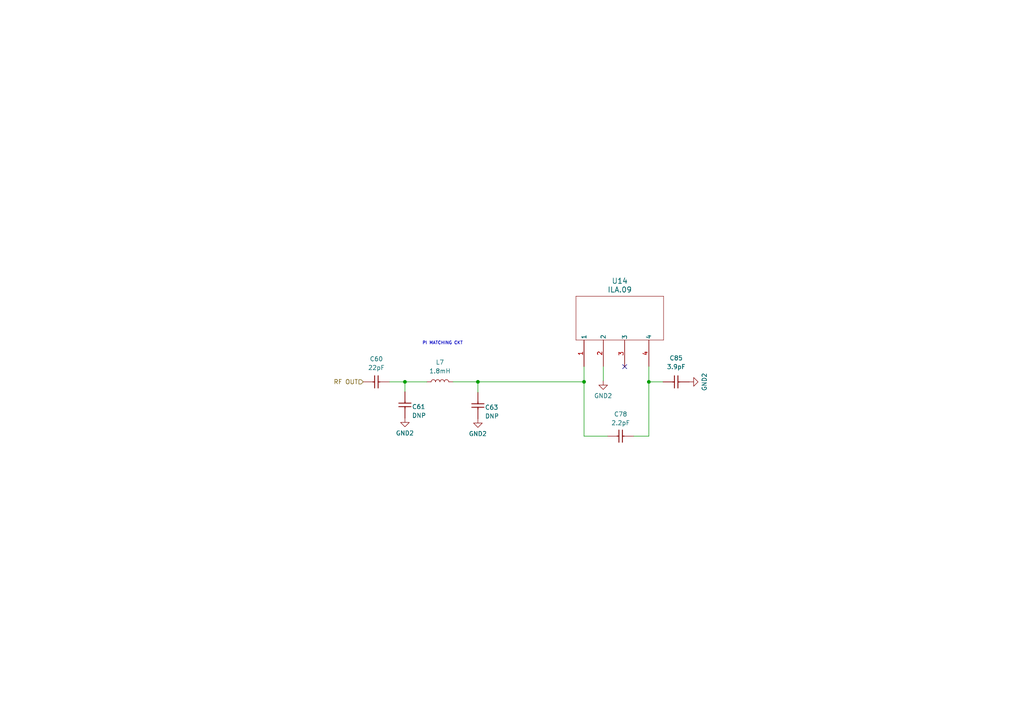
<source format=kicad_sch>
(kicad_sch (version 20231120) (generator "eeschema") (generator_version "8.0")
  (paper "A4")
  (title_block (title "PWX-Schematic_Repo") (date "2024-10-04") (rev "0") (company "Packetworx") (comment 1 "J.Javier"))
  (lib_symbols
    (symbol "Device:L" (pin_numbers hide) (pin_names (offset 1.016) hide)
      (property "Reference" "L" (at -1.27 0 90))
      (property "Value" "L" (at 1.905 0 90))
      (symbol "L_0_1"
        (arc (start 0 -2.54) (mid 0.6323 -1.905) (end 0 -1.27))
        (arc (start 0 -1.27) (mid 0.6323 -0.635) (end 0 0))
        (arc (start 0 0) (mid 0.6323 0.635) (end 0 1.27))
        (arc (start 0 1.27) (mid 0.6323 1.905) (end 0 2.54))
      )
      (symbol "L_1_1"
        (pin passive line (at 0 3.81 270) (length 1.27) (name "1") (number "1"))
        (pin passive line (at 0 -3.81 90) (length 1.27) (name "2") (number "2"))
      )
    )
    (symbol "EK-ST50_SCH_V03-01-altium-import:1_CAP"
      (property "Value" "1_CAP" (at 0 0 0))
      (symbol "1_CAP_1_0"
        (polyline (pts (xy 0 3.302) (xy 0 2.794)) (stroke (width 0.254)))
        (polyline (pts (xy 0 4.318) (xy 0 4.826)) (stroke (width 0.254)))
        (polyline (pts (xy 1.778 3.302) (xy -1.778 3.302)) (stroke (width 0.254)))
        (polyline (pts (xy 1.778 4.318) (xy -1.778 4.318)) (stroke (width 0.254)))
        (pin passive line (at 0 0 90) (length 3.302) (name "1") (number "1"))
        (pin passive line (at 0 7.62 270) (length 3.302) (name "2") (number "2"))
      )
    )
    (symbol "ILA 09:ILA.08" (pin_names (offset 0.254))
      (property "Reference" "U15" (at 20.32 9.5151 0))
      (property "Value" "ILA.09" (at 20.32 6.9751 0))
      (symbol "ILA.08_0_1"
        (polyline (pts (xy 7.62 -7.62) (xy 33.02 -7.62)) (stroke (width 0.127)))
        (polyline (pts (xy 7.62 5.08) (xy 7.62 -7.62)) (stroke (width 0.127)))
        (polyline (pts (xy 33.02 -7.62) (xy 33.02 5.08)) (stroke (width 0.127)))
        (polyline (pts (xy 33.02 5.08) (xy 7.62 5.08)) (stroke (width 0.127)))
        (pin unspecified line (at 9.9568 -15.2908 90) (length 7.62) (name "1") (number "1"))
        (pin unspecified line (at 15.5448 -15.2654 90) (length 7.62) (name "2") (number "2"))
        (pin unspecified line (at 21.7424 -15.3416 90) (length 7.62) (name "3") (number "3"))
      )
      (symbol "ILA.08_1_1"
        (pin unspecified line (at 28.7528 -15.2654 90) (length 7.62) (name "4") (number "4"))
      )
    )
    (symbol "power:GND2" (power) (pin_names (offset 0))
      (property "Value" "GND2" (at 0 -3.81 0))
      (symbol "GND2_0_1"
        (polyline (pts (xy 0 0) (xy 0 -1.27) (xy 1.27 -1.27) (xy 0 -2.54) (xy -1.27 -1.27) (xy 0 -1.27)))
      )
      (symbol "GND2_1_1"
        (pin power_in line (at 0 0 270) (length 0) hide (name "GND2") (number "1"))
      )
    )
  )
  (junction (at 188.1918 110.7592))
  (junction (at 169.3958 110.7493))
  (junction (at 117.4486 110.7545))
  (junction (at 138.6091 110.7493))
  (no_connect (at 181.1814 106.3439))
  (wire (pts (xy 174.9838 110.4211) (xy 174.9499 110.4211)))
  (wire (pts (xy 138.6091 110.7493) (xy 169.3958 110.7493)))
  (wire (pts (xy 188.1918 126.5034) (xy 183.8227 126.5034)))
  (wire (pts (xy 174.9838 106.2677) (xy 174.9838 110.4211)))
  (wire (pts (xy 169.3958 110.7493) (xy 169.3958 106.2931)))
  (wire (pts (xy 169.3958 126.5034) (xy 176.2027 126.5034)))
  (wire (pts (xy 131.4007 110.7493) (xy 138.6091 110.7493)))
  (wire (pts (xy 123.7807 110.7545) (xy 123.7807 110.7493)))
  (wire (pts (xy 188.1918 106.2677) (xy 188.1918 110.7592)))
  (wire (pts (xy 138.6091 110.7493) (xy 138.6091 113.8093)))
  (wire (pts (xy 117.4486 110.7545) (xy 123.7807 110.7545)))
  (wire (pts (xy 112.978 110.7545) (xy 117.4486 110.7545)))
  (wire (pts (xy 188.1918 110.7592) (xy 192.3019 110.7592)))
  (wire (pts (xy 188.1918 110.7592) (xy 188.1918 126.5034)))
  (wire (pts (xy 117.4486 113.6292) (xy 117.4486 110.7545)))
  (wire (pts (xy 169.3958 110.7493) (xy 169.3958 126.5034)))
  (text "PI MATCHING CKT" (at 134.2995 100.1322 0) (effects (font (size 0.889 0.889)) (justify right bottom)))
  (hierarchical_label "RF OUT" (shape input) (at 105.358 110.7545 180))
  (symbol (lib_id "Device:L") (at 127.5907 110.7493 90) (unit 1)
    (property "Reference" "L7" (at 127.5907 105.0855 90))
    (property "Value" "1.8mH" (at 127.5907 107.6255 90))
    (property "Footprint" "Inductor_SMD:L_0402_1005Metric" (effects (hide yes)))
    (property "Datasheet" "https://search.murata.co.jp/Ceramy/image/img/P02/JELF243B-0002.pdf" (effects (hide yes)))
    (property "Manufacturer_Name" "Murata Electronics" (effects (hide yes)))
    (property "Manufacturer_Part_Number" "LQW15AN8N2G00D" (effects (hide yes)))
    (property "Price" "11.46000" (effects (hide yes)))
    (property "Purchase-URL" "https://www.digikey.ph/en/products/detail/murata-electronics/LQG18HN12NJ00D/2594255" (effects (hide yes)))
  )
  (symbol (lib_id "EK-ST50_SCH_V03-01-altium-import:1_CAP") (at 183.8227 126.5034 90) (unit 1)
    (property "Reference" "C78" (at 180.0127 120.1303 90))
    (property "Value" "2.2pF" (at 180.0127 122.6703 90))
    (property "Footprint" "Footprints:C_0603_1608Metric" (effects (hide yes)))
    (property "Datasheet" "https://media.digikey.com/pdf/Data%20Sheets/Samsung%20PDFs/CL10C3R3CB81PNC_Spec.pdf" (effects (hide yes)))
    (property "Manufacturer_Name" "Samsung Electro-Mechanics" (effects (hide yes)))
    (property "Manufacturer_Part_Number" "CL10C3R3CB81PNC" (effects (hide yes)))
    (property "Price" "5.46000" (effects (hide yes)))
    (property "Purchase-URL" "https://www.digikey.ph/en/products/detail/samsung-electro-mechanics/CL10C3R3CB81PNC/5961033" (effects (hide yes)))
  )
  (symbol (lib_id "ILA 09:ILA.08") (at 159.439 91.0023 0) (unit 1)
    (property "Reference" "U14" (at 179.759 81.4872 0) (effects (font (size 1.524 1.524))))
    (property "Value" "ILA.09" (at 179.759 84.0272 0) (effects (font (size 1.524 1.524))))
    (property "Footprint" "footprints:ILA.09" (effects (hide yes)))
    (property "Datasheet" "https://www.taoglas.com/datasheets/ILA.09.pdf" (effects (hide yes)))
  )
  (symbol (lib_id "EK-ST50_SCH_V03-01-altium-import:1_CAP") (at 199.9219 110.7592 90) (unit 1)
    (property "Reference" "C85" (at 196.1119 103.8531 90))
    (property "Value" "3.9pF" (at 196.1119 106.3931 90))
    (property "Footprint" "Footprints:C_0603_1608Metric" (effects (hide yes)))
    (property "Datasheet" "https://media.digikey.com/pdf/Data%20Sheets/Samsung%20PDFs/CL10C3R3CB81PNC_Spec.pdf" (effects (hide yes)))
    (property "Manufacturer_Name" "Samsung Electro-Mechanics" (effects (hide yes)))
    (property "Manufacturer_Part_Number" "CL10C3R3CB81PNC" (effects (hide yes)))
    (property "Price" "5.46000" (effects (hide yes)))
    (property "Purchase-URL" "https://www.digikey.ph/en/products/detail/samsung-electro-mechanics/CL10C3R3CB81PNC/5961033" (effects (hide yes)))
  )
  (symbol (lib_id "power:GND2") (at 174.9499 110.4211 0) (unit 1)
    (property "Reference" "#PWR0171" (effects (hide yes)))
    (property "Value" "GND2" (at 174.933 114.8058 0))
  )
  (symbol (lib_id "EK-ST50_SCH_V03-01-altium-import:1_CAP") (at 112.978 110.7545 90) (unit 1)
    (property "Reference" "C60" (at 109.168 104.1071 90))
    (property "Value" "22pF" (at 109.168 106.6471 90))
    (property "Footprint" "Packetworx Symbol&Footprints:C_0603_1608Metric" (effects (hide yes)))
    (property "Datasheet" "https://media.digikey.com/pdf/Data%20Sheets/Samsung%20PDFs/CL10C3R3CB81PNC_Spec.pdf" (effects (hide yes)))
    (property "Manufacturer_Name" "Samsung Electro-Mechanics" (effects (hide yes)))
    (property "Manufacturer_Part_Number" "CL10C3R3CB81PNC" (effects (hide yes)))
    (property "Price" "5.46000" (effects (hide yes)))
    (property "Purchase-URL" "https://www.digikey.ph/en/products/detail/samsung-electro-mechanics/CL10C3R3CB81PNC/5961033" (effects (hide yes)))
    (property "LCSC" "C527036" (effects (hide yes)))
  )
  (symbol (lib_id "EK-ST50_SCH_V03-01-altium-import:1_CAP") (at 138.6091 121.4293 0) (unit 1)
    (property "Reference" "C63" (at 140.6411 118.8893 0) (effects (justify left bottom)))
    (property "Value" "DNP" (at 140.6411 121.4293 0) (effects (justify left bottom)))
    (property "Footprint" "Packetworx Symbol&Footprints:C_0603_1608Metric" (effects (hide yes)))
    (property "Datasheet" "https://media.digikey.com/pdf/Data%20Sheets/Samsung%20PDFs/CL10C3R3CB81PNC_Spec.pdf" (effects (hide yes)))
    (property "Manufacturer_Name" "Samsung Electro-Mechanics" (effects (hide yes)))
    (property "Manufacturer_Part_Number" "CL10C3R3CB81PNC" (effects (hide yes)))
    (property "Price" "5.46000" (effects (hide yes)))
    (property "Purchase-URL" "https://www.digikey.ph/en/products/detail/samsung-electro-mechanics/CL10C3R3CB81PNC/5961033" (effects (hide yes)))
    (property "LCSC" "C527036" (effects (hide yes)))
  )
  (symbol (lib_id "EK-ST50_SCH_V03-01-altium-import:1_CAP") (at 117.4486 121.2492 0) (unit 1)
    (property "Reference" "C61" (at 119.4806 118.7092 0) (effects (justify left bottom)))
    (property "Value" "DNP" (at 119.4806 121.2492 0) (effects (justify left bottom)))
    (property "Footprint" "Packetworx Symbol&Footprints:C_0603_1608Metric" (effects (hide yes)))
    (property "Datasheet" "https://media.digikey.com/pdf/Data%20Sheets/Samsung%20PDFs/CL10C3R3CB81PNC_Spec.pdf" (effects (hide yes)))
    (property "Manufacturer_Name" "Samsung Electro-Mechanics" (effects (hide yes)))
    (property "Manufacturer_Part_Number" "CL10C3R3CB81PNC" (effects (hide yes)))
    (property "Price" "5.46000" (effects (hide yes)))
    (property "Purchase-URL" "https://www.digikey.ph/en/products/detail/samsung-electro-mechanics/CL10C3R3CB81PNC/5961033" (effects (hide yes)))
    (property "LCSC" "C527036" (effects (hide yes)))
  )
  (symbol (lib_id "power:GND2") (at 138.6091 121.4293 0) (unit 1)
    (property "Reference" "#PWR0159" (effects (hide yes)))
    (property "Value" "GND2" (at 138.5922 125.814 0))
  )
  (symbol (lib_id "power:GND2") (at 117.4486 121.2492 0) (unit 1)
    (property "Reference" "#PWR0157" (effects (hide yes)))
    (property "Value" "GND2" (at 117.4317 125.6339 0))
  )
  (symbol (lib_id "power:GND2") (at 199.9219 110.7592 90) (unit 1)
    (property "Reference" "#PWR0181" (effects (hide yes)))
    (property "Value" "GND2" (at 204.3066 110.7761 0))
  )
)
</source>
